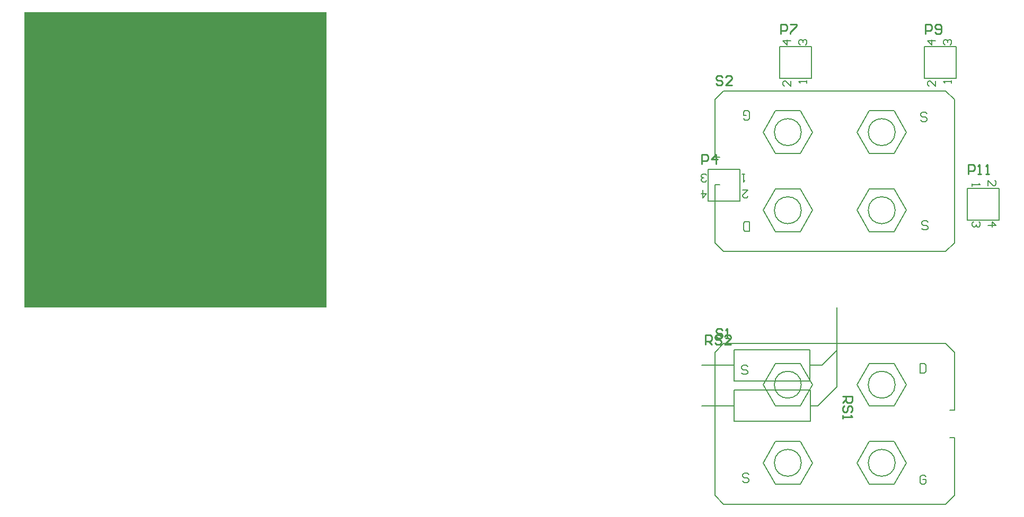
<source format=gto>
%FSLAX25Y25*%
%MOIN*%
G70*
G01*
G75*
%ADD10C,0.03000*%
%ADD11C,0.05000*%
%ADD12R,0.09055X0.05906*%
%ADD13R,0.05906X0.05512*%
%ADD14R,0.05512X0.05906*%
%ADD15R,0.18000X0.19000*%
%ADD16R,0.18000X0.18000*%
%ADD17C,0.09843*%
%ADD18C,0.05906*%
%ADD19C,0.07087*%
%ADD20R,0.07087X0.07087*%
%ADD21C,0.07874*%
%ADD22C,0.06299*%
%ADD23R,0.06299X0.06299*%
%ADD24C,0.06299*%
%ADD25C,0.27000*%
%ADD26O,0.11811X0.09843*%
%ADD27R,0.11811X0.09843*%
%ADD28R,0.07087X0.07087*%
%ADD29C,0.11811*%
%ADD30R,0.05906X0.09055*%
%ADD31O,0.02756X0.09843*%
%ADD32R,0.04803X0.04921*%
%ADD33C,0.06000*%
%ADD34R,0.23000X0.29000*%
%ADD35R,0.50800X0.48500*%
%ADD36R,0.25000X0.07000*%
%ADD37R,0.71440X1.29200*%
%ADD38R,0.94240X1.26700*%
%ADD39R,0.80583X2.30800*%
%ADD40R,0.73443X0.74200*%
%ADD41R,0.26000X0.12800*%
%ADD42R,0.18000X2.24000*%
%ADD43C,0.00787*%
%ADD44C,0.02362*%
%ADD45C,0.00984*%
%ADD46C,0.01000*%
%ADD47C,0.00800*%
%ADD48C,0.00591*%
%ADD49R,1.90000X1.86000*%
%ADD50R,0.15800X0.01900*%
D43*
X2739847Y833700D02*
G03*
X2739847Y833700I-16142J0D01*
G01*
X3087588Y734306D02*
G03*
X3087588Y734306I-8465J0D01*
G01*
X3146643D02*
G03*
X3146643Y734306I-8465J0D01*
G01*
X3087588Y685094D02*
G03*
X3087588Y685094I-8465J0D01*
G01*
X3146643D02*
G03*
X3146643Y685094I-8465J0D01*
G01*
Y844194D02*
G03*
X3146643Y844194I-8465J0D01*
G01*
X3087588D02*
G03*
X3087588Y844194I-8465J0D01*
G01*
X3146643Y893406D02*
G03*
X3146643Y893406I-8465J0D01*
G01*
X3087588D02*
G03*
X3087588Y893406I-8465J0D01*
G01*
X2738851Y883700D02*
G03*
X2738851Y878700I0J-2500D01*
G01*
X2706984Y818858D02*
G03*
X2706984Y818858I-25984J0D01*
G01*
X3110000Y733000D02*
Y783000D01*
X3098000Y721000D02*
X3110000Y733000D01*
Y756000D02*
Y776000D01*
X3100500Y746500D02*
X3110000Y756000D01*
X3093047Y746500D02*
X3100500D01*
X3025000D02*
X3045213D01*
X3093047D02*
Y756343D01*
X3045213D02*
X3093047D01*
X3045213Y736657D02*
Y756343D01*
Y736657D02*
X3093047D01*
Y746500D01*
X3093287Y721000D02*
X3098000D01*
X3025000D02*
X3045453D01*
X3093287D02*
Y730842D01*
X3045453D02*
X3093287D01*
X3045453Y711158D02*
Y730842D01*
Y711158D02*
X3093287D01*
Y721000D01*
X2778000Y835433D02*
X2785874D01*
Y814567D02*
Y835433D01*
X2770126Y814567D02*
X2785874D01*
X2770126D02*
Y835433D01*
X2778000D01*
X3212000Y838000D02*
Y858000D01*
X3192000D02*
X3212000D01*
X3192000Y838000D02*
X3212000D01*
X3192000D02*
Y858000D01*
X2733847Y833700D02*
X2737847D01*
X2735847Y831700D02*
Y835700D01*
X2710737Y794448D02*
X2752863D01*
X2710737Y792480D02*
X2752863D01*
X2710737Y810983D02*
X2752863D01*
Y792480D02*
Y810983D01*
X2710737Y792480D02*
Y810983D01*
X3180895Y701039D02*
X3184045D01*
X3130403Y747774D02*
X3145954D01*
Y720839D02*
X3153730Y734306D01*
X3122628D02*
X3130403Y720839D01*
X3122628Y734306D02*
X3130403Y747774D01*
X3145954D02*
X3153730Y734306D01*
X3130403Y720839D02*
X3145954D01*
X3178478Y659109D02*
X3184045Y664676D01*
X3033257D02*
X3038824Y659109D01*
X3178478Y760291D02*
X3184045Y754724D01*
X3038824Y760291D02*
X3178478D01*
X3038824Y659109D02*
X3178478D01*
X3033257Y664676D02*
Y754724D01*
X3038824Y760291D01*
X3130403Y698561D02*
X3145954D01*
Y671626D02*
X3153730Y685094D01*
X3122628D02*
X3130403Y671626D01*
X3122628Y685094D02*
X3130403Y698561D01*
X3145954D02*
X3153730Y685094D01*
X3130403Y671626D02*
X3145954D01*
X3071348Y698561D02*
X3086899D01*
Y671626D02*
X3094675Y685094D01*
X3063573D02*
X3071348Y671626D01*
X3063573Y685094D02*
X3071348Y698561D01*
X3086899D02*
X3094675Y685094D01*
X3071348Y671626D02*
X3086899D01*
X3071348Y747774D02*
X3086899D01*
Y720839D02*
X3094675Y734306D01*
X3063573D02*
X3071348Y720839D01*
X3063573Y734306D02*
X3071348Y747774D01*
X3086899D02*
X3094675Y734306D01*
X3071348Y720839D02*
X3086899D01*
X3183938Y664783D02*
Y701039D01*
X3184045Y718361D02*
Y754724D01*
X3180895Y718361D02*
X3184045D01*
X3033257Y877461D02*
X3036407D01*
X3071348Y830726D02*
X3086899D01*
X3063573Y844194D02*
X3071348Y857661D01*
X3086899D02*
X3094675Y844194D01*
X3086899Y830726D02*
X3094675Y844194D01*
X3063573D02*
X3071348Y830726D01*
Y857661D02*
X3086899D01*
X3033257Y913824D02*
X3038824Y919390D01*
X3178478D02*
X3184045Y913824D01*
X3033257Y823776D02*
X3038824Y818209D01*
X3178478D01*
X3038824Y919390D02*
X3178478D01*
X3184045Y823776D02*
Y913824D01*
X3178478Y818209D02*
X3184045Y823776D01*
X3071348Y879939D02*
X3086899D01*
X3063573Y893406D02*
X3071348Y906874D01*
X3086899D02*
X3094675Y893406D01*
X3086899Y879939D02*
X3094675Y893406D01*
X3063573D02*
X3071348Y879939D01*
Y906874D02*
X3086899D01*
X3130403Y879939D02*
X3145954D01*
X3122628Y893406D02*
X3130403Y906874D01*
X3145954D02*
X3153730Y893406D01*
X3145954Y879939D02*
X3153730Y893406D01*
X3122628D02*
X3130403Y879939D01*
Y906874D02*
X3145954D01*
X3130403Y830726D02*
X3145954D01*
X3122628Y844194D02*
X3130403Y857661D01*
X3145954D02*
X3153730Y844194D01*
X3145954Y830726D02*
X3153730Y844194D01*
X3122628D02*
X3130403Y830726D01*
Y857661D02*
X3145954D01*
X3033365Y877461D02*
Y913717D01*
X3033257Y823776D02*
Y860139D01*
X3036407D01*
X2657749Y870767D02*
Y891633D01*
X2738851Y870767D02*
Y878700D01*
Y883700D02*
Y891633D01*
X2657749Y870767D02*
X2738851D01*
X2657749Y891633D02*
X2738851D01*
X2681000Y800874D02*
Y804874D01*
X2679000Y802874D02*
X2683000D01*
X3074000Y927332D02*
Y947332D01*
Y927332D02*
X3094000D01*
X3074000Y947332D02*
X3094000D01*
Y927332D02*
Y947332D01*
X3029000Y850000D02*
X3049000D01*
Y870000D01*
X3029000Y850000D02*
Y870000D01*
X3049000D01*
X3165000Y927332D02*
Y947332D01*
Y927332D02*
X3185000D01*
X3165000Y947332D02*
X3185000D01*
Y927332D02*
Y947332D01*
X2629126Y878633D02*
X2637000D01*
X2629126D02*
Y899499D01*
X2644874D01*
Y878633D02*
Y899499D01*
X2637000Y878633D02*
X2644874D01*
X2739241Y821637D02*
X2744359D01*
X2758800Y800141D02*
Y805259D01*
Y810641D02*
Y815759D01*
X2634441Y929063D02*
X2639559D01*
X2631937Y913441D02*
Y918559D01*
X2611000Y902433D02*
X2618874D01*
Y881567D02*
Y902433D01*
X2603126Y881567D02*
X2618874D01*
X2603126D02*
Y902433D01*
X2611000D01*
X2677000Y921433D02*
X2684874D01*
Y900567D02*
Y921433D01*
X2669126Y900567D02*
X2684874D01*
X2669126D02*
Y921433D01*
X2677000D01*
X2660000Y903441D02*
Y908559D01*
Y913441D02*
Y918559D01*
D44*
X2736095Y887696D02*
G03*
X2736095Y887696I-1181J0D01*
G01*
D45*
X2738910Y896200D02*
G03*
X2738910Y896200I-492J0D01*
G01*
D46*
X2626900Y909700D02*
X2636900D01*
X2626900Y903700D02*
Y909700D01*
Y903700D02*
X2636900D01*
Y909700D01*
X3027400Y759700D02*
Y765698D01*
X3030399D01*
X3031399Y764698D01*
Y762699D01*
X3030399Y761699D01*
X3027400D01*
X3029399D02*
X3031399Y759700D01*
X3037397Y764698D02*
X3036397Y765698D01*
X3034398D01*
X3033398Y764698D01*
Y763699D01*
X3034398Y762699D01*
X3036397D01*
X3037397Y761699D01*
Y760700D01*
X3036397Y759700D01*
X3034398D01*
X3033398Y760700D01*
X3043395Y759700D02*
X3039396D01*
X3043395Y763699D01*
Y764698D01*
X3042395Y765698D01*
X3040396D01*
X3039396Y764698D01*
X3192600Y866800D02*
Y872798D01*
X3195599D01*
X3196599Y871798D01*
Y869799D01*
X3195599Y868799D01*
X3192600D01*
X3198598Y866800D02*
X3200597D01*
X3199598D01*
Y872798D01*
X3198598Y871798D01*
X3203596Y866800D02*
X3205596D01*
X3204596D01*
Y872798D01*
X3203596Y871798D01*
X2658400Y908598D02*
Y903600D01*
X2659400Y902600D01*
X2661399D01*
X2662399Y903600D01*
Y908598D01*
X2664398Y907598D02*
X2665398Y908598D01*
X2667397D01*
X2668397Y907598D01*
Y906599D01*
X2667397Y905599D01*
X2666397D01*
X2667397D01*
X2668397Y904599D01*
Y903600D01*
X2667397Y902600D01*
X2665398D01*
X2664398Y903600D01*
X2711300Y820398D02*
Y815400D01*
X2712300Y814400D01*
X2714299D01*
X2715299Y815400D01*
Y820398D01*
X2717298Y814400D02*
X2719297D01*
X2718298D01*
Y820398D01*
X2717298Y819398D01*
X3037899Y927798D02*
X3036899Y928798D01*
X3034900D01*
X3033900Y927798D01*
Y926799D01*
X3034900Y925799D01*
X3036899D01*
X3037899Y924799D01*
Y923800D01*
X3036899Y922800D01*
X3034900D01*
X3033900Y923800D01*
X3043897Y922800D02*
X3039898D01*
X3043897Y926799D01*
Y927798D01*
X3042897Y928798D01*
X3040898D01*
X3039898Y927798D01*
X3037899Y768698D02*
X3036899Y769698D01*
X3034900D01*
X3033900Y768698D01*
Y767699D01*
X3034900Y766699D01*
X3036899D01*
X3037899Y765699D01*
Y764700D01*
X3036899Y763700D01*
X3034900D01*
X3033900Y764700D01*
X3039898Y763700D02*
X3041897D01*
X3040898D01*
Y769698D01*
X3039898Y768698D01*
X3113740Y727000D02*
X3119738D01*
Y724001D01*
X3118739Y723001D01*
X3116739D01*
X3115739Y724001D01*
Y727000D01*
Y725001D02*
X3113740Y723001D01*
X3118739Y717003D02*
X3119738Y718003D01*
Y720002D01*
X3118739Y721002D01*
X3117739D01*
X3116739Y720002D01*
Y718003D01*
X3115739Y717003D01*
X3114740D01*
X3113740Y718003D01*
Y720002D01*
X3114740Y721002D01*
X3113740Y715004D02*
Y713004D01*
Y714004D01*
X3119738D01*
X3118739Y715004D01*
X2652100Y926100D02*
Y932098D01*
X2655099D01*
X2656099Y931098D01*
Y929099D01*
X2655099Y928099D01*
X2652100D01*
X2654099D02*
X2656099Y926100D01*
X2660097Y924101D02*
X2661097D01*
X2662097Y925100D01*
Y930099D01*
X2659098D01*
X2658098Y929099D01*
Y927100D01*
X2659098Y926100D01*
X2662097D01*
X2664096Y930099D02*
Y926100D01*
Y928099D01*
X2665096Y929099D01*
X2666096Y930099D01*
X2667095D01*
X2670094Y926100D02*
X2672094D01*
X2671094D01*
Y930099D01*
X2670094D01*
X2675093Y926100D02*
X2678092D01*
X2679091Y927100D01*
X2678092Y928099D01*
X2676092D01*
X2675093Y929099D01*
X2676092Y930099D01*
X2679091D01*
X2684090Y926100D02*
X2682090D01*
X2681091Y927100D01*
Y929099D01*
X2682090Y930099D01*
X2684090D01*
X2685089Y929099D01*
Y928099D01*
X2681091D01*
X2652100Y916100D02*
Y922098D01*
X2655099D01*
X2656099Y921098D01*
Y919099D01*
X2655099Y918099D01*
X2652100D01*
X2654099D02*
X2656099Y916100D01*
X2660097Y914101D02*
X2661097D01*
X2662097Y915100D01*
Y920099D01*
X2659098D01*
X2658098Y919099D01*
Y917100D01*
X2659098Y916100D01*
X2662097D01*
X2665096D02*
Y921098D01*
Y919099D01*
X2664096D01*
X2666096D01*
X2665096D01*
Y921098D01*
X2666096Y922098D01*
X2670094Y920099D02*
X2672094D01*
X2673093Y919099D01*
Y916100D01*
X2670094D01*
X2669094Y917100D01*
X2670094Y918099D01*
X2673093D01*
X2675093Y916100D02*
X2677092D01*
X2676092D01*
Y922098D01*
X2675093D01*
X2680091Y916100D02*
X2682090D01*
X2681091D01*
Y922098D01*
X2680091D01*
X2779363Y815700D02*
Y809702D01*
X2776364D01*
X2775364Y810702D01*
Y812701D01*
X2776364Y813701D01*
X2779363D01*
X2777364D02*
X2775364Y815700D01*
X2769366Y809702D02*
X2771366Y810702D01*
X2773365Y812701D01*
Y814700D01*
X2772365Y815700D01*
X2770366D01*
X2769366Y814700D01*
Y813701D01*
X2770366Y812701D01*
X2773365D01*
X3074600Y955432D02*
Y961430D01*
X3077599D01*
X3078599Y960431D01*
Y958431D01*
X3077599Y957432D01*
X3074600D01*
X3080598Y961430D02*
X3084597D01*
Y960431D01*
X3080598Y956432D01*
Y955432D01*
X2743800Y923000D02*
Y928998D01*
X2746799D01*
X2747799Y927998D01*
Y925999D01*
X2746799Y924999D01*
X2743800D01*
X2753797Y928998D02*
X2749798D01*
Y925999D01*
X2751797Y926999D01*
X2752797D01*
X2753797Y925999D01*
Y924000D01*
X2752797Y923000D01*
X2750798D01*
X2749798Y924000D01*
X3024900Y873400D02*
Y879398D01*
X3027899D01*
X3028899Y878398D01*
Y876399D01*
X3027899Y875399D01*
X3024900D01*
X3033897Y873400D02*
Y879398D01*
X3030898Y876399D01*
X3034897D01*
X2785237Y799702D02*
Y805700D01*
X2781238D01*
X2779239Y799702D02*
Y805700D01*
X2776240D01*
X2775240Y804700D01*
Y800702D01*
X2776240Y799702D01*
X2779239D01*
X2769242Y805700D02*
X2773241D01*
X2769242Y801701D01*
Y800702D01*
X2770242Y799702D01*
X2772241D01*
X2773241Y800702D01*
X2669700Y932832D02*
Y926834D01*
X2672699D01*
X2673699Y927834D01*
Y931832D01*
X2672699Y932832D01*
X2669700D01*
X2677697Y924835D02*
X2678697D01*
X2679697Y925834D01*
Y930833D01*
X2676698D01*
X2675698Y929833D01*
Y927834D01*
X2676698Y926834D01*
X2679697D01*
X2682696D02*
Y931832D01*
Y929833D01*
X2681696D01*
X2683695D01*
X2682696D01*
Y931832D01*
X2683695Y932832D01*
X2687694Y930833D02*
X2689693D01*
X2690693Y929833D01*
Y926834D01*
X2687694D01*
X2686695Y927834D01*
X2687694Y928833D01*
X2690693D01*
X2692693Y926834D02*
X2694692D01*
X2693692D01*
Y932832D01*
X2692693D01*
X2697691Y926834D02*
X2699690D01*
X2698691D01*
Y932832D01*
X2697691D01*
X2640498Y897266D02*
X2634500D01*
Y894267D01*
X2635500Y893267D01*
X2639498D01*
X2640498Y894267D01*
Y897266D01*
Y891268D02*
X2634500D01*
Y888269D01*
X2635500Y887269D01*
X2636499D01*
X2637499D01*
X2638499Y888269D01*
Y891268D01*
X2634500Y885270D02*
Y882271D01*
X2635500Y881271D01*
X2636499Y882271D01*
Y884270D01*
X2637499Y885270D01*
X2638499Y884270D01*
Y881271D01*
X2767998Y831000D02*
X2762000D01*
Y828001D01*
X2763000Y827001D01*
X2766998D01*
X2767998Y828001D01*
Y831000D01*
X2766998Y825002D02*
X2767998Y824002D01*
Y822003D01*
X2766998Y821003D01*
X2765999D01*
X2764999Y822003D01*
Y823003D01*
Y822003D01*
X2763999Y821003D01*
X2763000D01*
X2762000Y822003D01*
Y824002D01*
X2763000Y825002D01*
X2603700Y911798D02*
Y905800D01*
X2606699D01*
X2607699Y906800D01*
Y910798D01*
X2606699Y911798D01*
X2603700D01*
X2609698Y905800D02*
X2611697D01*
X2610698D01*
Y911798D01*
X2609698Y910798D01*
X2623999Y918198D02*
X2622999Y919198D01*
X2621000D01*
X2620000Y918198D01*
Y914200D01*
X2621000Y913200D01*
X2622999D01*
X2623999Y914200D01*
X2625998Y919198D02*
Y913200D01*
X2628997D01*
X2629997Y914200D01*
Y915199D01*
Y916199D01*
X2628997Y917199D01*
X2625998D01*
X2631996Y913200D02*
X2634995D01*
X2635995Y914200D01*
X2634995Y915199D01*
X2632996D01*
X2631996Y916199D01*
X2632996Y917199D01*
X2635995D01*
X2724801Y839702D02*
X2725801Y838702D01*
X2727800D01*
X2728800Y839702D01*
Y843700D01*
X2727800Y844700D01*
X2725801D01*
X2724801Y843700D01*
X2719803Y844700D02*
Y838702D01*
X2722802Y841701D01*
X2718803D01*
X2743798Y837701D02*
X2744798Y838701D01*
Y840700D01*
X2743798Y841700D01*
X2739800D01*
X2738800Y840700D01*
Y838701D01*
X2739800Y837701D01*
X2743798Y835702D02*
X2744798Y834702D01*
Y832703D01*
X2743798Y831703D01*
X2742799D01*
X2741799Y832703D01*
Y833703D01*
Y832703D01*
X2740799Y831703D01*
X2739800D01*
X2738800Y832703D01*
Y834702D01*
X2739800Y835702D01*
X2694501Y815002D02*
X2695501Y814002D01*
X2697500D01*
X2698500Y815002D01*
Y819000D01*
X2697500Y820000D01*
X2695501D01*
X2694501Y819000D01*
X2688503Y820000D02*
X2692502D01*
X2688503Y816001D01*
Y815002D01*
X2689503Y814002D01*
X2691502D01*
X2692502Y815002D01*
X3165600Y955432D02*
Y961430D01*
X3168599D01*
X3169599Y960431D01*
Y958431D01*
X3168599Y957432D01*
X3165600D01*
X3171598Y956432D02*
X3172598Y955432D01*
X3174597D01*
X3175597Y956432D01*
Y960431D01*
X3174597Y961430D01*
X3172598D01*
X3171598Y960431D01*
Y959431D01*
X3172598Y958431D01*
X3175597D01*
X2624100Y924100D02*
Y930098D01*
X2627099D01*
X2628099Y929098D01*
Y927099D01*
X2627099Y926099D01*
X2624100D01*
X2626099D02*
X2628099Y924100D01*
X2634097D02*
X2630098D01*
X2634097Y928099D01*
Y929098D01*
X2633097Y930098D01*
X2631098D01*
X2630098Y929098D01*
X2636096Y930098D02*
Y924100D01*
X2639095D01*
X2640095Y925100D01*
Y926099D01*
Y927099D01*
X2639095Y928099D01*
X2636096D01*
X2632900Y940900D02*
Y946898D01*
X2635899D01*
X2636899Y945898D01*
Y943899D01*
X2635899Y942899D01*
X2632900D01*
X2634899D02*
X2636899Y940900D01*
X2642897D02*
X2638898D01*
X2642897Y944899D01*
Y945898D01*
X2641897Y946898D01*
X2639898D01*
X2638898Y945898D01*
X2648895Y944899D02*
X2645896D01*
X2644896Y943899D01*
Y941900D01*
X2645896Y940900D01*
X2648895D01*
D47*
X3195000Y861000D02*
Y859334D01*
Y860167D01*
X3199998D01*
X3199165Y861000D01*
X3205000Y859668D02*
Y863000D01*
X3208332Y859668D01*
X3209165D01*
X3209998Y860501D01*
Y862167D01*
X3209165Y863000D01*
X3205000Y834501D02*
X3209998D01*
X3207499Y837000D01*
Y833668D01*
X3199165Y837000D02*
X3199998Y836167D01*
Y834501D01*
X3199165Y833668D01*
X3198332D01*
X3197499Y834501D01*
Y835334D01*
Y834501D01*
X3196666Y833668D01*
X3195833D01*
X3195000Y834501D01*
Y836167D01*
X3195833Y837000D01*
X3091000Y924332D02*
Y925998D01*
Y925165D01*
X3086002D01*
X3086835Y924332D01*
X3081000Y925665D02*
Y922332D01*
X3077668Y925665D01*
X3076835D01*
X3076002Y924831D01*
Y923165D01*
X3076835Y922332D01*
X3081000Y950832D02*
X3076002D01*
X3078501Y948332D01*
Y951665D01*
X3086835Y948332D02*
X3086002Y949165D01*
Y950832D01*
X3086835Y951665D01*
X3087668D01*
X3088501Y950832D01*
Y949998D01*
Y950832D01*
X3089334Y951665D01*
X3090167D01*
X3091000Y950832D01*
Y949165D01*
X3090167Y948332D01*
X3052000Y867000D02*
X3050334D01*
X3051167D01*
Y862002D01*
X3052000Y862835D01*
X3050668Y857000D02*
X3054000D01*
X3050668Y853668D01*
Y852835D01*
X3051501Y852002D01*
X3053167D01*
X3054000Y852835D01*
X3025501Y857000D02*
Y852002D01*
X3028000Y854501D01*
X3024668D01*
X3028000Y862835D02*
X3027167Y862002D01*
X3025501D01*
X3024668Y862835D01*
Y863668D01*
X3025501Y864501D01*
X3026334D01*
X3025501D01*
X3024668Y865334D01*
Y866167D01*
X3025501Y867000D01*
X3027167D01*
X3028000Y866167D01*
X3182000Y924332D02*
Y925998D01*
Y925165D01*
X3177002D01*
X3177835Y924332D01*
X3172000Y925665D02*
Y922332D01*
X3168668Y925665D01*
X3167835D01*
X3167002Y924831D01*
Y923165D01*
X3167835Y922332D01*
X3172000Y950832D02*
X3167002D01*
X3169501Y948332D01*
Y951665D01*
X3177835Y948332D02*
X3177002Y949165D01*
Y950832D01*
X3177835Y951665D01*
X3178668D01*
X3179501Y950832D01*
Y949998D01*
Y950832D01*
X3180334Y951665D01*
X3181167D01*
X3182000Y950832D01*
Y949165D01*
X3181167Y948332D01*
D48*
X2748300Y806700D02*
X2746332D01*
X2747316D01*
Y800796D01*
X2748300Y801780D01*
X3054713Y677612D02*
X3053729Y678596D01*
X3051761D01*
X3050777Y677612D01*
Y676628D01*
X3051761Y675644D01*
X3053729D01*
X3054713Y674660D01*
Y673676D01*
X3053729Y672692D01*
X3051761D01*
X3050777Y673676D01*
X3166130Y676431D02*
X3165146Y677415D01*
X3163178D01*
X3162194Y676431D01*
Y672495D01*
X3163178Y671511D01*
X3165146D01*
X3166130Y672495D01*
Y674463D01*
X3164162D01*
X3162194Y747493D02*
Y741590D01*
X3165146D01*
X3166130Y742574D01*
Y746510D01*
X3165146Y747493D01*
X3162194D01*
X3053926Y745722D02*
X3052942Y746706D01*
X3050974D01*
X3049990Y745722D01*
Y744738D01*
X3050974Y743754D01*
X3052942D01*
X3053926Y742770D01*
Y741786D01*
X3052942Y740802D01*
X3050974D01*
X3049990Y741786D01*
X3162589Y900888D02*
X3163573Y899904D01*
X3165541D01*
X3166525Y900888D01*
Y901872D01*
X3165541Y902856D01*
X3163573D01*
X3162589Y903840D01*
Y904824D01*
X3163573Y905808D01*
X3165541D01*
X3166525Y904824D01*
X3051172Y902069D02*
X3052156Y901085D01*
X3054124D01*
X3055108Y902069D01*
Y906005D01*
X3054124Y906989D01*
X3052156D01*
X3051172Y906005D01*
Y904037D01*
X3053140D01*
X3055108Y831007D02*
Y836910D01*
X3052156D01*
X3051172Y835926D01*
Y831990D01*
X3052156Y831007D01*
X3055108D01*
X3163377Y832778D02*
X3164361Y831794D01*
X3166329D01*
X3167313Y832778D01*
Y833762D01*
X3166329Y834746D01*
X3164361D01*
X3163377Y835730D01*
Y836714D01*
X3164361Y837698D01*
X3166329D01*
X3167313Y836714D01*
D49*
X2694000Y876000D02*
D03*
D50*
X2778000Y815650D02*
D03*
X2637000Y898416D02*
D03*
X2611000Y882650D02*
D03*
X2677000Y901650D02*
D03*
M02*

</source>
